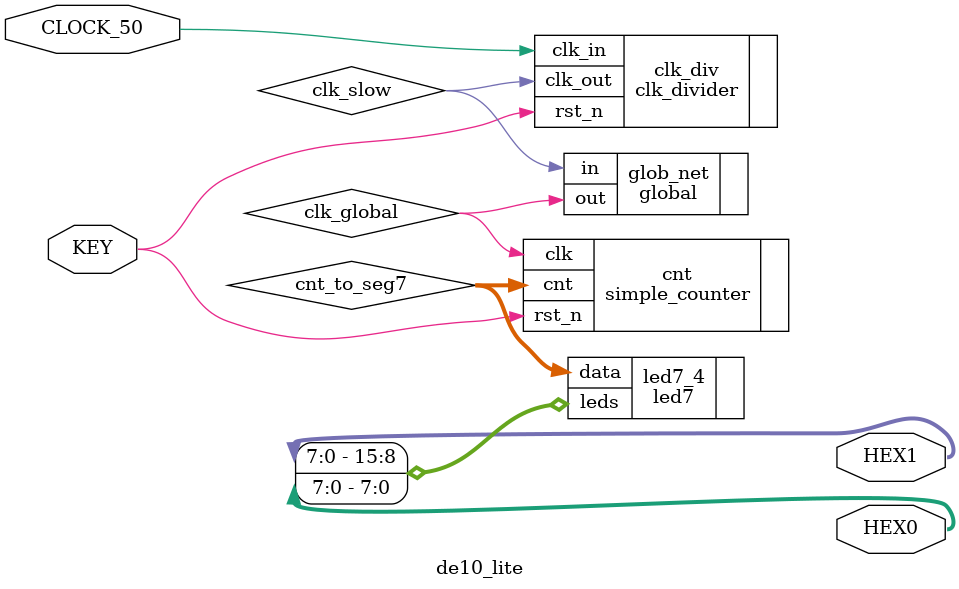
<source format=v>

module de10_lite
(
  input        CLOCK_50,
  input [0:0]  KEY,
 
  output [7:0] HEX1,
  output [7:0] HEX0
);

   localparam CNT_W = 8;
   
   wire               clk_slow;
   wire               clk_global;
   wire [CNT_W - 1:0] cnt_to_seg7;
 
 clk_divider #(.WIDTH(24)) clk_div
  ( 
    .clk_in  ( CLOCK_50 ),
    .rst_n   ( KEY[0]   ),
    .clk_out ( clk_slow )
  );
   
  global glob_net
  (
     .in ( clk_slow   ),
     .out( clk_global )
  );

  simple_counter #(.WIDTH(CNT_W))
   cnt
    (
     .clk   ( clk_global  ),
     .rst_n ( KEY[0]      ),
     .cnt   ( cnt_to_seg7 )
    );
     
  
  led7 #(.COUNT(2)) led7_4
  (
    .data(cnt_to_seg7),
    .leds({HEX1,HEX0})
  );
  
                          
endmodule

</source>
